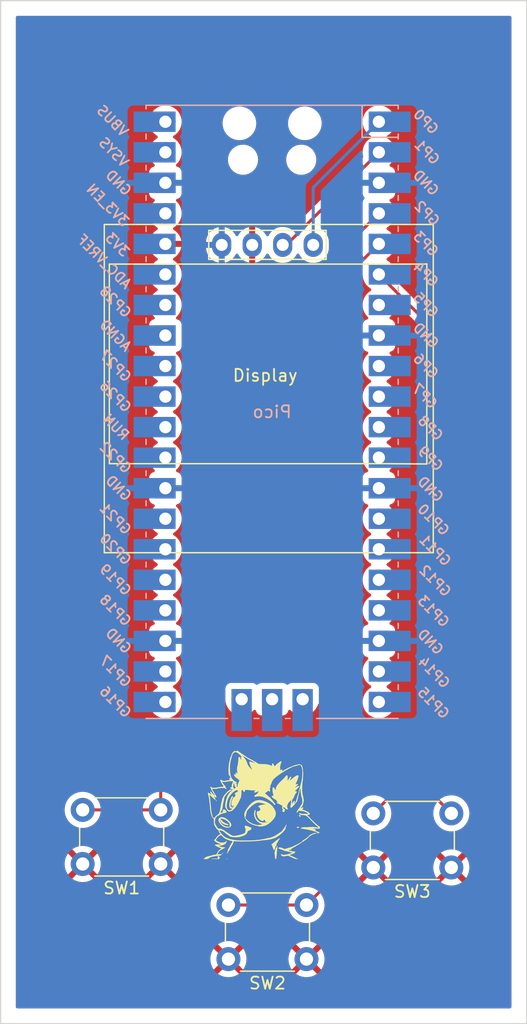
<source format=kicad_pcb>
(kicad_pcb (version 20221018) (generator pcbnew)
  (layers (0 "F.Cu" signal) (31 "B.Cu" signal) (34 "B.Paste" user) (35 "F.Paste" user) (36 "B.SilkS" user "B.Silkscreen") (37 "F.SilkS" user "F.Silkscreen") (38 "B.Mask" user) (39 "F.Mask" user) (44 "Edge.Cuts" user))
  (net 0 "")
  (net 1 "GND")
  (net 2 "+3V3")
  (net 3 "Net-(Brd1-SCL)")
  (net 4 "Net-(Brd1-SDA)")
  (net 5 "Net-(U1-GPIO2)")
  (net 6 "Net-(U1-GPIO3)")
  (net 7 "Net-(U1-GPIO4)")
  (footprint "Button_Switch_THT:SW_PUSH_6mm" (layer "F.Cu") (at 122.555 134.04 180)
    (fp_text reference "SW1" (at 3.25 -2) (layer "F.SilkS"))
    (fp_text value "SW_Push")
    (pad "1" thru_hole circle (at 0 0 270) (size 2 2) (drill 1.1) (layers "*.Cu" "*.Mask") (net 2 "+3V3"))
    (pad "1" thru_hole circle (at 6.5 0 270) (size 2 2) (drill 1.1) (layers "*.Cu" "*.Mask") (net 2 "+3V3"))
    (pad "2" thru_hole circle (at 0 4.5 270) (size 2 2) (drill 1.1) (layers "*.Cu" "*.Mask") (net 5 "Net-(U1-GPIO2)"))
    (pad "2" thru_hole circle (at 6.5 4.5 270) (size 2 2) (drill 1.1) (layers "*.Cu" "*.Mask") (net 5 "Net-(U1-GPIO2)"))
  )
  (footprint "Button_Switch_THT:SW_PUSH_6mm" (layer "F.Cu") (at 146.76 134.33 180)
    (fp_text reference "SW3" (at 3.25 -2) (layer "F.SilkS"))
    (fp_text value "SW_Push")
    (pad "1" thru_hole circle (at 0 0 270) (size 2 2) (drill 1.1) (layers "*.Cu" "*.Mask") (net 2 "+3V3"))
    (pad "1" thru_hole circle (at 6.5 0 270) (size 2 2) (drill 1.1) (layers "*.Cu" "*.Mask") (net 2 "+3V3"))
    (pad "2" thru_hole circle (at 0 4.5 270) (size 2 2) (drill 1.1) (layers "*.Cu" "*.Mask") (net 7 "Net-(U1-GPIO4)"))
    (pad "2" thru_hole circle (at 6.5 4.5 270) (size 2 2) (drill 1.1) (layers "*.Cu" "*.Mask") (net 7 "Net-(U1-GPIO4)"))
  )
  (footprint "LOGO" (layer "F.Cu") (at 130.81 128.905)
    (fp_text reference "G***" hide)
    (fp_text value "LOGO" hide)
  )
  (footprint "SSD1306:128x64OLED" (layer "F.Cu") (at 131.255 93.15)
    (fp_text reference "Display" (at 0 0.254) (layer "F.SilkS"))
    (fp_text value "SSD1306")
    (pad "1" thru_hole oval (at -3.62 -10.6 90) (size 2 1.6) (drill 1) (layers "*.Cu" "*.Mask") (net 1 "GND"))
    (pad "2" thru_hole oval (at -1.08 -10.6 90) (size 2 1.6) (drill 1) (layers "*.Cu" "*.Mask") (net 2 "+3V3"))
    (pad "3" thru_hole oval (at 1.46 -10.6 90) (size 2 1.6) (drill 1) (layers "*.Cu" "*.Mask") (net 3 "Net-(Brd1-SCL)"))
    (pad "4" thru_hole oval (at 4 -10.6 90) (size 2 1.6) (drill 1) (layers "*.Cu" "*.Mask") (net 4 "Net-(Brd1-SDA)"))
  )
  (footprint "Button_Switch_THT:SW_PUSH_6mm" (layer "F.Cu") (at 134.695 141.95 180)
    (fp_text reference "SW2" (at 3.25 -2) (layer "F.SilkS"))
    (fp_text value "SW_Push")
    (pad "1" thru_hole circle (at 0 0 270) (size 2 2) (drill 1.1) (layers "*.Cu" "*.Mask") (net 2 "+3V3"))
    (pad "1" thru_hole circle (at 6.5 0 270) (size 2 2) (drill 1.1) (layers "*.Cu" "*.Mask") (net 2 "+3V3"))
    (pad "2" thru_hole circle (at 0 4.5 270) (size 2 2) (drill 1.1) (layers "*.Cu" "*.Mask") (net 6 "Net-(U1-GPIO3)"))
    (pad "2" thru_hole circle (at 6.5 4.5 270) (size 2 2) (drill 1.1) (layers "*.Cu" "*.Mask") (net 6 "Net-(U1-GPIO3)"))
  )
  (footprint "MCU_RaspberryPi_and_Boards:RPi_Pico_SMD_TH" (layer "B.Cu") (at 131.835 96.435 180)
    (fp_text reference "Pico" (at 0 0) (layer "B.SilkS") (effects (justify mirror)))
    (fp_text value "Pico")
    (fp_text user "VSYS" (at 13.2 21.59 135) (layer "B.SilkS") (effects (font (size 0.8 0.8)) (justify mirror)))
    (fp_text user "GND" (at -12.8 19.05 135) (layer "B.SilkS") (effects (font (size 0.8 0.8)) (justify mirror)))
    (fp_text user "AGND" (at 13.054 6.35 135) (layer "B.SilkS") (effects (font (size 0.8 0.8)) (justify mirror)))
    (fp_text user "GND" (at -13.18 -6.435 135) (layer "B.SilkS") (effects (font (size 0.8 0.8)) (justify mirror)))
    (fp_text user "RUN" (at 13 -1.27 135) (layer "B.SilkS") (effects (font (size 0.8 0.8)) (justify mirror)))
    (fp_text user "GP20" (at 13.054 -11.43 135) (layer "B.SilkS") (effects (font (size 0.8 0.8)) (justify mirror)))
    (fp_text user "3V3" (at 12.9 13.9 135) (layer "B.SilkS") (effects (font (size 0.8 0.8)) (justify mirror)))
    (fp_text user "GP22" (at 13.054 -3.81 135) (layer "B.SilkS") (effects (font (size 0.8 0.8)) (justify mirror)))
    (fp_text user "GP17" (at 13.054 -21.59 135) (layer "B.SilkS") (effects (font (size 0.8 0.8)) (justify mirror)))
    (fp_text user "GP0" (at -12.8 24.13 135) (layer "B.SilkS") (effects (font (size 0.8 0.8)) (justify mirror)))
    (fp_text user "GP8" (at -13.18 -1.355 135) (layer "B.SilkS") (effects (font (size 0.8 0.8)) (justify mirror)))
    (fp_text user "GP9" (at -13.18 -3.895 135) (layer "B.SilkS") (effects (font (size 0.8 0.8)) (justify mirror)))
    (fp_text user "3V3_EN" (at 13.7 17.2 135) (layer "B.SilkS") (effects (font (size 0.8 0.8)) (justify mirror)))
    (fp_text user "GP5" (at -12.8 8.89 135) (layer "B.SilkS") (effects (font (size 0.8 0.8)) (justify mirror)))
    (fp_text user "GP7" (at -12.7 1.3 135) (layer "B.SilkS") (effects (font (size 0.8 0.8)) (justify mirror)))
    (fp_text user "GP21" (at 13.054 -8.9 135) (layer "B.SilkS") (effects (font (size 0.8 0.8)) (justify mirror)))
    (fp_text user "GP19" (at 13.054 -13.97 135) (layer "B.SilkS") (effects (font (size 0.8 0.8)) (justify mirror)))
    (fp_text user "GND" (at -13.18 -19.135 135) (layer "B.SilkS") (effects (font (size 0.8 0.8)) (justify mirror)))
    (fp_text user "GP2" (at -12.9 16.51 135) (layer "B.SilkS") (effects (font (size 0.8 0.8)) (justify mirror)))
    (fp_text user "GND" (at 12.8 19.05 135) (layer "B.SilkS") (effects (font (size 0.8 0.8)) (justify mirror)))
    (fp_text user "GP18" (at 13.054 -16.51 135) (layer "B.SilkS") (effects (font (size 0.8 0.8)) (justify mirror)))
    (fp_text user "GP27" (at 13.054 3.8 135) (layer "B.SilkS") (effects (font (size 0.8 0.8)) (justify mirror)))
    (fp_text user "ADC_VREF" (at 14 12.5 135) (layer "B.SilkS") (effects (font (size 0.8 0.8)) (justify mirror)))
    (fp_text user "GP4" (at -12.8 11.43 135) (layer "B.SilkS") (effects (font (size 0.8 0.8)) (justify mirror)))
    (fp_text user "GP14" (at -13.48 -21.675 135) (layer "B.SilkS") (effects (font (size 0.8 0.8)) (justify mirror)))
    (fp_text user "GND" (at 12.8 -6.35 135) (layer "B.SilkS") (effects (font (size 0.8 0.8)) (justify mirror)))
    (fp_text user "GP12" (at -13.58 -14.055 135) (layer "B.SilkS") (effects (font (size 0.8 0.8)) (justify mirror)))
    (fp_text user "GP15" (at -13.434 -24.215 135) (layer "B.SilkS") (effects (font (size 0.8 0.8)) (justify mirror)))
    (fp_text user "GP26" (at 13.054 1.27 135) (layer "B.SilkS") (effects (font (size 0.8 0.8)) (justify mirror)))
    (fp_text user "GND" (at -12.8 6.35 135) (layer "B.SilkS") (effects (font (size 0.8 0.8)) (justify mirror)))
    (fp_text user "GP10" (at -13.434 -8.975 135) (layer "B.SilkS") (effects (font (size 0.8 0.8)) (justify mirror)))
    (fp_text user "GP13" (at -13.434 -16.595 135) (layer "B.SilkS") (effects (font (size 0.8 0.8)) (justify mirror)))
    (fp_text user "GND" (at 12.8 -19.05 135) (layer "B.SilkS") (effects (font (size 0.8 0.8)) (justify mirror)))
    (fp_text user "GP3" (at -12.8 13.97 135) (layer "B.SilkS") (effects (font (size 0.8 0.8)) (justify mirror)))
    (fp_text user "GP11" (at -13.58 -11.515 135) (layer "B.SilkS") (effects (font (size 0.8 0.8)) (justify mirror)))
    (fp_text user "VBUS" (at 13.3 24.2 135) (layer "B.SilkS") (effects (font (size 0.8 0.8)) (justify mirror)))
    (fp_text user "GP1" (at -12.9 21.6 135) (layer "B.SilkS") (effects (font (size 0.8 0.8)) (justify mirror)))
    (fp_text user "GP6" (at -12.8 3.81 135) (layer "B.SilkS") (effects (font (size 0.8 0.8)) (justify mirror)))
    (fp_text user "GP16" (at 13.054 -24.13 135) (layer "B.SilkS") (effects (font (size 0.8 0.8)) (justify mirror)))
    (fp_text user "GP28" (at 13.054 9.144 135) (layer "B.SilkS") (effects (font (size 0.8 0.8)) (justify mirror)))
    (pad "" np_thru_hole oval (at -2.725 24 180) (size 1.8 1.8) (drill 1.8) (layers "*.Cu" "*.Mask"))
    (pad "" np_thru_hole oval (at -2.425 20.97 180) (size 1.5 1.5) (drill 1.5) (layers "*.Cu" "*.Mask"))
    (pad "" np_thru_hole oval (at 2.425 20.97 180) (size 1.5 1.5) (drill 1.5) (layers "*.Cu" "*.Mask"))
    (pad "" np_thru_hole oval (at 2.725 24 180) (size 1.8 1.8) (drill 1.8) (layers "*.Cu" "*.Mask"))
    (pad "1" thru_hole oval (at -8.89 24.13 180) (size 1.7 1.7) (drill 1.02) (layers "*.Cu" "*.Mask") (net 4 "Net-(Brd1-SDA)"))
    (pad "1" smd rect (at -8.89 24.13 180) (size 3.5 1.7) (drill (offset -0.9 0)) (layers "B.Cu" "B.Mask") (net 4 "Net-(Brd1-SDA)"))
    (pad "2" thru_hole oval (at -8.89 21.59 180) (size 1.7 1.7) (drill 1.02) (layers "*.Cu" "*.Mask") (net 3 "Net-(Brd1-SCL)"))
    (pad "2" smd rect (at -8.89 21.59 180) (size 3.5 1.7) (drill (offset -0.9 0)) (layers "B.Cu" "B.Mask") (net 3 "Net-(Brd1-SCL)"))
    (pad "3" thru_hole rect (at -8.89 19.05 180) (size 1.7 1.7) (drill 1.02) (layers "*.Cu" "*.Mask") (net 1 "GND"))
    (pad "3" smd rect (at -8.89 19.05 180) (size 3.5 1.7) (drill (offset -0.9 0)) (layers "B.Cu" "B.Mask") (net 1 "GND"))
    (pad "4" thru_hole oval (at -8.89 16.51 180) (size 1.7 1.7) (drill 1.02) (layers "*.Cu" "*.Mask") (net 5 "Net-(U1-GPIO2)"))
    (pad "4" smd rect (at -8.89 16.51 180) (size 3.5 1.7) (drill (offset -0.9 0)) (layers "B.Cu" "B.Mask") (net 5 "Net-(U1-GPIO2)"))
    (pad "5" thru_hole oval (at -8.89 13.97 180) (size 1.7 1.7) (drill 1.02) (layers "*.Cu" "*.Mask") (net 6 "Net-(U1-GPIO3)"))
    (pad "5" smd rect (at -8.89 13.97 180) (size 3.5 1.7) (drill (offset -0.9 0)) (layers "B.Cu" "B.Mask") (net 6 "Net-(U1-GPIO3)"))
    (pad "6" thru_hole oval (at -8.89 11.43 180) (size 1.7 1.7) (drill 1.02) (layers "*.Cu" "*.Mask") (net 7 "Net-(U1-GPIO4)"))
    (pad "6" smd rect (at -8.89 11.43 180) (size 3.5 1.7) (drill (offset -0.9 0)) (layers "B.Cu" "B.Mask") (net 7 "Net-(U1-GPIO4)"))
    (pad "7" thru_hole oval (at -8.89 8.89 180) (size 1.7 1.7) (drill 1.02) (layers "*.Cu" "*.Mask"))
    (pad "7" smd rect (at -8.89 8.89 180) (size 3.5 1.7) (drill (offset -0.9 0)) (layers "B.Cu" "B.Mask"))
    (pad "8" thru_hole rect (at -8.89 6.35 180) (size 1.7 1.7) (drill 1.02) (layers "*.Cu" "*.Mask") (net 1 "GND"))
    (pad "8" smd rect (at -8.89 6.35 180) (size 3.5 1.7) (drill (offset -0.9 0)) (layers "B.Cu" "B.Mask") (net 1 "GND"))
    (pad "9" thru_hole oval (at -8.89 3.81 180) (size 1.7 1.7) (drill 1.02) (layers "*.Cu" "*.Mask"))
    (pad "9" smd rect (at -8.89 3.81 180) (size 3.5 1.7) (drill (offset -0.9 0)) (layers "B.Cu" "B.Mask"))
    (pad "10" thru_hole oval (at -8.89 1.27 180) (size 1.7 1.7) (drill 1.02) (layers "*.Cu" "*.Mask"))
    (pad "10" smd rect (at -8.89 1.27 180) (size 3.5 1.7) (drill (offset -0.9 0)) (layers "B.Cu" "B.Mask"))
    (pad "11" thru_hole oval (at -8.89 -1.27 180) (size 1.7 1.7) (drill 1.02) (layers "*.Cu" "*.Mask"))
    (pad "11" smd rect (at -8.89 -1.27 180) (size 3.5 1.7) (drill (offset -0.9 0)) (layers "B.Cu" "B.Mask"))
    (pad "12" thru_hole oval (at -8.89 -3.81 180) (size 1.7 1.7) (drill 1.02) (layers "*.Cu" "*.Mask"))
    (pad "12" smd rect (at -8.89 -3.81 180) (size 3.5 1.7) (drill (offset -0.9 0)) (layers "B.Cu" "B.Mask"))
    (pad "13" thru_hole rect (at -8.89 -6.35 180) (size 1.7 1.7) (drill 1.02) (layers "*.Cu" "*.Mask") (net 1 "GND"))
    (pad "13" smd rect (at -8.89 -6.35 180) (size 3.5 1.7) (drill (offset -0.9 0)) (layers "B.Cu" "B.Mask") (net 1 "GND"))
    (pad "14" thru_hole oval (at -8.89 -8.89 180) (size 1.7 1.7) (drill 1.02) (layers "*.Cu" "*.Mask"))
    (pad "14" smd rect (at -8.89 -8.89 180) (size 3.5 1.7) (drill (offset -0.9 0)) (layers "B.Cu" "B.Mask"))
    (pad "15" thru_hole oval (at -8.89 -11.43 180) (size 1.7 1.7) (drill 1.02) (layers "*.Cu" "*.Mask"))
    (pad "15" smd rect (at -8.89 -11.43 180) (size 3.5 1.7) (drill (offset -0.9 0)) (layers "B.Cu" "B.Mask"))
    (pad "16" thru_hole oval (at -8.89 -13.97 180) (size 1.7 1.7) (drill 1.02) (layers "*.Cu" "*.Mask"))
    (pad "16" smd rect (at -8.89 -13.97 180) (size 3.5 1.7) (drill (offset -0.9 0)) (layers "B.Cu" "B.Mask"))
    (pad "17" thru_hole oval (at -8.89 -16.51 180) (size 1.7 1.7) (drill 1.02) (layers "*.Cu" "*.Mask"))
    (pad "17" smd rect (at -8.89 -16.51 180) (size 3.5 1.7) (drill (offset -0.9 0)) (layers "B.Cu" "B.Mask"))
    (pad "18" thru_hole rect (at -8.89 -19.05 180) (size 1.7 1.7) (drill 1.02) (layers "*.Cu" "*.Mask") (net 1 "GND"))
    (pad "18" smd rect (at -8.89 -19.05 180) (size 3.5 1.7) (drill (offset -0.9 0)) (layers "B.Cu" "B.Mask") (net 1 "GND"))
    (pad "19" thru_hole oval (at -8.89 -21.59 180) (size 1.7 1.7) (drill 1.02) (layers "*.Cu" "*.Mask"))
    (pad "19" smd rect (at -8.89 -21.59 180) (size 3.5 1.7) (drill (offset -0.9 0)) (layers "B.Cu" "B.Mask"))
    (pad "20" thru_hole oval (at -8.89 -24.13 180) (size 1.7 1.7) (drill 1.02) (layers "*.Cu" "*.Mask"))
    (pad "20" smd rect (at -8.89 -24.13 180) (size 3.5 1.7) (drill (offset -0.9 0)) (layers "B.Cu" "B.Mask"))
    (pad "21" thru_hole oval (at 8.89 -24.13 180) (size 1.7 1.7) (drill 1.02) (layers "*.Cu" "*.Mask"))
    (pad "21" smd rect (at 8.89 -24.13 180) (size 3.5 1.7) (drill (offset 0.9 0)) (layers "B.Cu" "B.Mask"))
    (pad "22" thru_hole oval (at 8.89 -21.59 180) (size 1.7 1.7) (drill 1.02) (layers "*.Cu" "*.Mask"))
    (pad "22" smd rect (at 8.89 -21.59 180) (size 3.5 1.7) (drill (offset 0.9 0)) (layers "B.Cu" "B.Mask"))
    (pad "23" thru_hole rect (at 8.89 -19.05 180) (size 1.7 1.7) (drill 1.02) (layers "*.Cu" "*.Mask") (net 1 "GND"))
    (pad "23" smd rect (at 8.89 -19.05 180) (size 3.5 1.7) (drill (offset 0.9 0)) (layers "B.Cu" "B.Mask") (net 1 "GND"))
    (pad "24" thru_hole oval (at 8.89 -16.51 180) (size 1.7 1.7) (drill 1.02) (layers "*.Cu" "*.Mask"))
    (pad "24" smd rect (at 8.89 -16.51 180) (size 3.5 1.7) (drill (offset 0.9 0)) (layers "B.Cu" "B.Mask"))
    (pad "25" thru_hole oval (at 8.89 -13.97 180) (size 1.7 1.7) (drill 1.02) (layers "*.Cu" "*.Mask"))
    (pad "25" smd rect (at 8.89 -13.97 180) (size 3.5 1.7) (drill (offset 0.9 0)) (layers "B.Cu" "B.Mask"))
    (pad "26" thru_hole oval (at 8.89 -11.43 180) (size 1.7 1.7) (drill 1.02) (layers "*.Cu" "*.Mask"))
    (pad "26" smd rect (at 8.89 -11.43 180) (size 3.5 1.7) (drill (offset 0.9 0)) (layers "B.Cu" "B.Mask"))
    (pad "27" thru_hole oval (at 8.89 -8.89 180) (size 1.7 1.7) (drill 1.02) (layers "*.Cu" "*.Mask"))
    (pad "27" smd rect (at 8.89 -8.89 180) (size 3.5 1.7) (drill (offset 0.9 0)) (layers "B.Cu" "B.Mask"))
    (pad "28" thru_hole rect (at 8.89 -6.35 180) (size 1.7 1.7) (drill 1.02) (layers "*.Cu" "*.Mask") (net 1 "GND"))
    (pad "28" smd rect (at 8.89 -6.35 180) (size 3.5 1.7) (drill (offset 0.9 0)) (layers "B.Cu" "B.Mask") (net 1 "GND"))
    (pad "29" thru_hole oval (at 8.89 -3.81 180) (size 1.7 1.7) (drill 1.02) (layers "*.Cu" "*.Mask"))
    (pad "29" smd rect (at 8.89 -3.81 180) (size 3.5 1.7) (drill (offset 0.9 0)) (layers "B.Cu" "B.Mask"))
    (pad "30" thru_hole oval (at 8.89 -1.27 180) (size 1.7 1.7) (drill 1.02) (layers "*.Cu" "*.Mask"))
    (pad "30" smd rect (at 8.89 -1.27 180) (size 3.5 1.7) (drill (offset 0.9 0)) (layers "B.Cu" "B.Mask"))
    (pad "31" thru_hole oval (at 8.89 1.27 180) (size 1.7 1.7) (drill 1.02) (layers "*.Cu" "*.Mask"))
    (pad "31" smd rect (at 8.89 1.27 180) (size 3.5 1.7) (drill (offset 0.9 0)) (layers "B.Cu" "B.Mask"))
    (pad "32" thru_hole oval (at 8.89 3.81 180) (size 1.7 1.7) (drill 1.02) (layers "*.Cu" "*.Mask"))
    (pad "32" smd rect (at 8.89 3.81 180) (size 3.5 1.7) (drill (offset 0.9 0)) (layers "B.Cu" "B.Mask"))
    (pad "33" thru_hole rect (at 8.89 6.35 180) (size 1.7 1.7) (drill 1.02) (layers "*.Cu" "*.Mask"))
    (pad "33" smd rect (at 8.89 6.35 180) (size 3.5 1.7) (drill (offset 0.9 0)) (layers "B.Cu" "B.Mask"))
    (pad "34" thru_hole oval (at 8.89 8.89 180) (size 1.7 1.7) (drill 1.02) (layers "*.Cu" "*.Mask"))
    (pad "34" smd rect (at 8.89 8.89 180) (size 3.5 1.7) (drill (offset 0.9 0)) (layers "B.Cu" "B.Mask"))
    (pad "35" thru_hole oval (at 8.89 11.43 180) (size 1.7 1.7) (drill 1.02) (layers "*.Cu" "*.Mask"))
    (pad "35" smd rect (at 8.89 11.43 180) (size 3.5 1.7) (drill (offset 0.9 0)) (layers "B.Cu" "B.Mask"))
    (pad "36" thru_hole oval (at 8.89 13.97 180) (size 1.7 1.7) (drill 1.02) (layers "*.Cu" "*.Mask") (net 2 "+3V3"))
    (pad "36" smd rect (at 8.89 13.97 180) (size 3.5 1.7) (drill (offset 0.9 0)) (layers "B.Cu" "B.Mask") (net 2 "+3V3"))
    (pad "37" thru_hole oval (at 8.89 16.51 180) (size 1.7 1.7) (drill 1.02) (layers "*.Cu" "*.Mask"))
    (pad "37" smd rect (at 8.89 16.51 180) (size 3.5 1.7) (drill (offset 0.9 0)) (layers "B.Cu" "B.Mask"))
    (pad "38" thru_hole rect (at 8.89 19.05 180) (size 1.7 1.7) (drill 1.02) (layers "*.Cu" "*.Mask") (net 1 "GND"))
    (pad "38" smd rect (at 8.89 19.05 180) (size 3.5 1.7) (drill (offset 0.9 0)) (layers "B.Cu" "B.Mask") (net 1 "GND"))
    (pad "39" thru_hole oval (at 8.89 21.59 180) (size 1.7 1.7) (drill 1.02) (layers "*.Cu" "*.Mask"))
    (pad "39" smd rect (at 8.89 21.59 180) (size 3.5 1.7) (drill (offset 0.9 0)) (layers "B.Cu" "B.Mask"))
    (pad "40" thru_hole oval (at 8.89 24.13 180) (size 1.7 1.7) (drill 1.02) (layers "*.Cu" "*.Mask"))
    (pad "40" smd rect (at 8.89 24.13 180) (size 3.5 1.7) (drill (offset 0.9 0)) (layers "B.Cu" "B.Mask"))
    (pad "41" thru_hole oval (at -2.54 -23.9 180) (size 1.7 1.7) (drill 1.02) (layers "*.Cu" "*.Mask"))
    (pad "41" smd rect (at -2.54 -23.9 90) (size 3.5 1.7) (drill (offset -0.9 0)) (layers "B.Cu" "B.Mask"))
    (pad "42" thru_hole rect (at 0 -23.9 180) (size 1.7 1.7) (drill 1.02) (layers "*.Cu" "*.Mask"))
    (pad "42" smd rect (at 0 -23.9 90) (size 3.5 1.7) (drill (offset -0.9 0)) (layers "B.Cu" "B.Mask"))
    (pad "43" thru_hole oval (at 2.54 -23.9 180) (size 1.7 1.7) (drill 1.02) (layers "*.Cu" "*.Mask"))
    (pad "43" smd rect (at 2.54 -23.9 90) (size 3.5 1.7) (drill (offset -0.9 0)) (layers "B.Cu" "B.Mask"))
  )
  (gr_rect (start 109.22 62.23) (end 153.035 147.32) (stroke (width 0.1)) (fill none) (layer "Edge.Cuts"))
  (segment (start 133.02 82.55) (end 140.725 74.845) (width 0.25) (layer "F.Cu") (net 3))
  (segment (start 132.715 82.55) (end 133.02 82.55) (width 0.25) (layer "F.Cu") (net 3))
  (segment (start 135.255 82.55) (end 135.255 77.775) (width 0.25) (layer "B.Cu") (net 4))
  (segment (start 135.255 77.775) (end 140.725 72.305) (width 0.25) (layer "B.Cu") (net 4))
  (segment (start 122.555 129.54) (end 122.555 124.46) (width 0.25) (layer "F.Cu") (net 5))
  (segment (start 116.055 129.54) (end 122.555 129.54) (width 0.25) (layer "F.Cu") (net 5))
  (segment (start 136.075 84.575) (end 140.725 79.925) (width 0.25) (layer "F.Cu") (net 5))
  (segment (start 122.555 124.46) (end 136.075 110.94) (width 0.25) (layer "F.Cu") (net 5))
  (segment (start 136.075 110.94) (end 136.075 84.575) (width 0.25) (layer "F.Cu") (net 5))
  (segment (start 134.695 137.45) (end 136.525 135.62) (width 0.25) (layer "F.Cu") (net 6))
  (segment (start 136.525 86.665) (end 140.725 82.465) (width 0.25) (layer "F.Cu") (net 6))
  (segment (start 128.195 137.45) (end 134.695 137.45) (width 0.25) (layer "F.Cu") (net 6))
  (segment (start 136.525 135.62) (end 136.525 86.665) (width 0.25) (layer "F.Cu") (net 6))
  (segment (start 140.26 129.83) (end 145.415 124.675) (width 0.25) (layer "F.Cu") (net 7))
  (segment (start 145.415 128.485) (end 145.415 124.675) (width 0.25) (layer "F.Cu") (net 7))
  (segment (start 145.415 124.675) (end 145.415 89.695) (width 0.25) (layer "F.Cu") (net 7))
  (segment (start 146.76 129.83) (end 145.415 128.485) (width 0.25) (layer "F.Cu") (net 7))
  (segment (start 145.415 89.695) (end 140.725 85.005) (width 0.25) (layer "F.Cu") (net 7))
  (zone (net 2) (net_name "+3V3") (layer "F.Cu") (priority 1) (connect_pads (clearance 0.5)) (min_thickness 0.25) (fill yes (thermal_gap 0.5) (thermal_bridge_width 0.5))
    (polygon (pts (xy 110.49 63.5) (xy 151.765 63.5) (xy 151.765 146.05) (xy 110.49 146.05)))
  )
  (zone (net 1) (net_name "GND") (layer "B.Cu") (connect_pads (clearance 0.5)) (min_thickness 0.25) (fill yes (thermal_gap 0.5) (thermal_bridge_width 0.5))
    (polygon (pts (xy 110.49 63.5) (xy 151.765 63.5) (xy 151.765 146.05) (xy 110.49 146.05)))
  )
)
</source>
